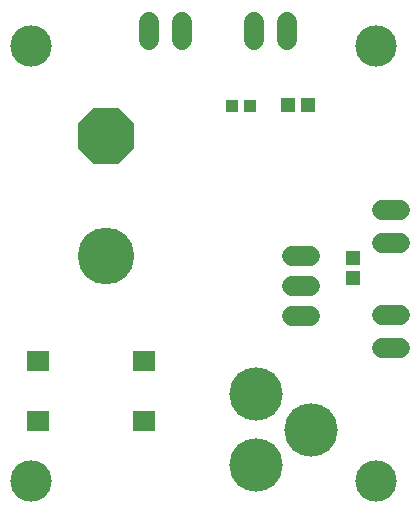
<source format=gts>
G75*
G70*
%OFA0B0*%
%FSLAX24Y24*%
%IPPOS*%
%LPD*%
%AMOC8*
5,1,8,0,0,1.08239X$1,22.5*
%
%ADD10C,0.1780*%
%ADD11R,0.0749X0.0671*%
%ADD12C,0.0680*%
%ADD13C,0.1890*%
%ADD14OC8,0.1890*%
%ADD15R,0.0395X0.0395*%
%ADD16R,0.0513X0.0474*%
%ADD17C,0.1380*%
%ADD18R,0.0474X0.0513*%
D10*
X009130Y003531D03*
X009130Y005894D03*
X010980Y004713D03*
D11*
X005402Y004996D03*
X005402Y007004D03*
X001858Y007004D03*
X001858Y004996D03*
D12*
X010330Y008500D02*
X010930Y008500D01*
X010930Y009500D02*
X010330Y009500D01*
X010330Y010500D02*
X010930Y010500D01*
X013330Y010950D02*
X013930Y010950D01*
X013930Y012050D02*
X013330Y012050D01*
X013330Y008550D02*
X013930Y008550D01*
X013930Y007450D02*
X013330Y007450D01*
X010180Y017700D02*
X010180Y018300D01*
X009080Y018300D02*
X009080Y017700D01*
X006680Y017700D02*
X006680Y018300D01*
X005580Y018300D02*
X005580Y017700D01*
D13*
X004130Y010500D03*
D14*
X004130Y014500D03*
D15*
X008335Y015500D03*
X008925Y015500D03*
D16*
X010195Y015550D03*
X010865Y015550D03*
D17*
X001630Y003000D03*
X001630Y017500D03*
X013130Y017500D03*
X013130Y003000D03*
D18*
X012380Y009765D03*
X012380Y010435D03*
M02*

</source>
